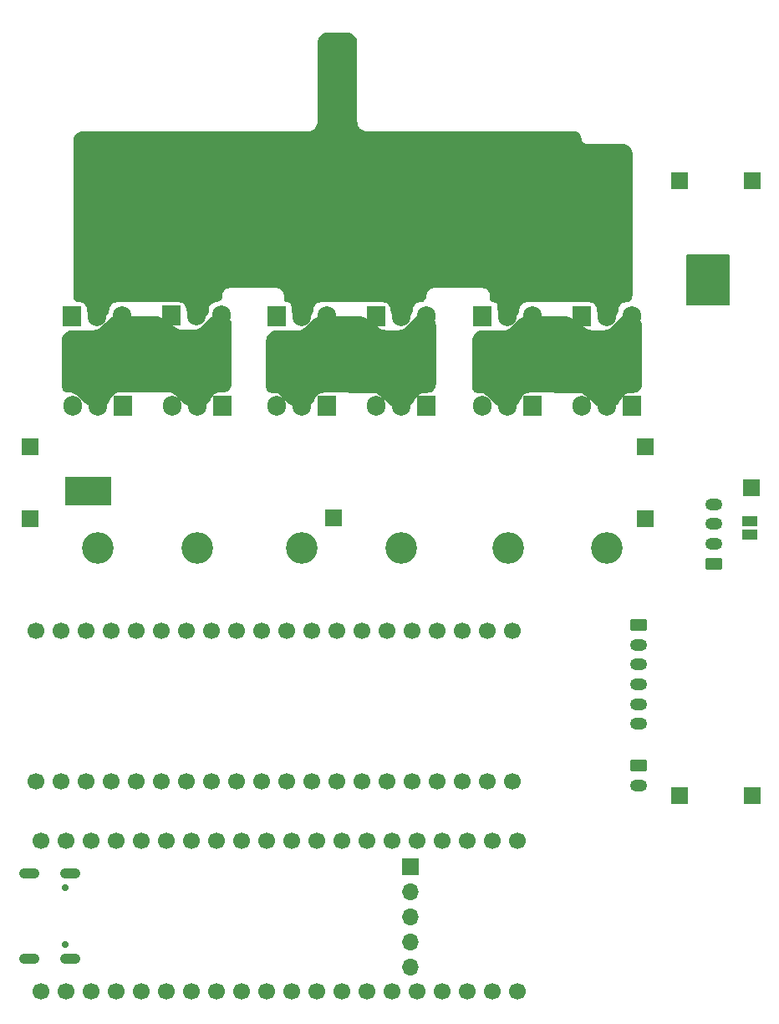
<source format=gbr>
%TF.GenerationSoftware,KiCad,Pcbnew,7.0.10*%
%TF.CreationDate,2024-07-31T12:40:02+02:00*%
%TF.ProjectId,foc,666f632e-6b69-4636-9164-5f7063625858,rev?*%
%TF.SameCoordinates,PXc0145d0PY6b671e0*%
%TF.FileFunction,Soldermask,Bot*%
%TF.FilePolarity,Negative*%
%FSLAX46Y46*%
G04 Gerber Fmt 4.6, Leading zero omitted, Abs format (unit mm)*
G04 Created by KiCad (PCBNEW 7.0.10) date 2024-07-31 12:40:02*
%MOMM*%
%LPD*%
G01*
G04 APERTURE LIST*
G04 Aperture macros list*
%AMRoundRect*
0 Rectangle with rounded corners*
0 $1 Rounding radius*
0 $2 $3 $4 $5 $6 $7 $8 $9 X,Y pos of 4 corners*
0 Add a 4 corners polygon primitive as box body*
4,1,4,$2,$3,$4,$5,$6,$7,$8,$9,$2,$3,0*
0 Add four circle primitives for the rounded corners*
1,1,$1+$1,$2,$3*
1,1,$1+$1,$4,$5*
1,1,$1+$1,$6,$7*
1,1,$1+$1,$8,$9*
0 Add four rect primitives between the rounded corners*
20,1,$1+$1,$2,$3,$4,$5,0*
20,1,$1+$1,$4,$5,$6,$7,0*
20,1,$1+$1,$6,$7,$8,$9,0*
20,1,$1+$1,$8,$9,$2,$3,0*%
G04 Aperture macros list end*
%ADD10C,0.100000*%
%ADD11R,1.700000X1.700000*%
%ADD12C,3.200000*%
%ADD13RoundRect,0.250000X-0.625000X0.350000X-0.625000X-0.350000X0.625000X-0.350000X0.625000X0.350000X0*%
%ADD14O,1.750000X1.200000*%
%ADD15C,1.700000*%
%ADD16C,0.700000*%
%ADD17O,2.100000X1.050000*%
%ADD18R,1.500000X1.000000*%
%ADD19R,1.905000X2.000000*%
%ADD20O,1.905000X2.000000*%
%ADD21O,1.700000X1.700000*%
%ADD22C,4.800000*%
%ADD23C,5.000000*%
%ADD24RoundRect,0.250000X0.625000X-0.350000X0.625000X0.350000X-0.625000X0.350000X-0.625000X-0.350000X0*%
G04 APERTURE END LIST*
D10*
X-72150000Y16250000D02*
X-67600000Y16250000D01*
X-67600000Y13400000D01*
X-72150000Y13400000D01*
X-72150000Y16250000D01*
G36*
X-72150000Y16250000D02*
G01*
X-67600000Y16250000D01*
X-67600000Y13400000D01*
X-72150000Y13400000D01*
X-72150000Y16250000D01*
G37*
D11*
%TO.C,P6*%
X-9900000Y46220000D03*
%TD*%
D12*
%TO.C,H10*%
X-38127500Y9000042D03*
%TD*%
%TO.C,H3*%
X-48242500Y46700000D03*
%TD*%
D11*
%TO.C,P8*%
X-9900000Y-16050000D03*
%TD*%
D13*
%TO.C,J1*%
X-14060000Y-13020000D03*
D14*
X-14060000Y-15020000D03*
%TD*%
D15*
%TO.C,*%
X-46667500Y-35840000D03*
%TD*%
D13*
%TO.C,J2*%
X-14050000Y1220000D03*
D14*
X-14050000Y-780000D03*
X-14050000Y-2780000D03*
X-14050000Y-4780000D03*
X-14050000Y-6780000D03*
X-14050000Y-8780000D03*
%TD*%
D15*
%TO.C,*%
X-74607500Y-35840000D03*
%TD*%
%TO.C,*%
X-54287500Y-35840000D03*
%TD*%
D16*
%TO.C,J6*%
X-72192835Y-25349999D03*
X-72192835Y-31129999D03*
D17*
X-71662835Y-23919999D03*
X-71662835Y-32559999D03*
X-75842835Y-23919999D03*
X-75842835Y-32559999D03*
%TD*%
D15*
%TO.C,*%
X-41587500Y-35840000D03*
%TD*%
%TO.C,*%
X-44127500Y-35840000D03*
%TD*%
%TO.C,*%
X-56827500Y-35840000D03*
%TD*%
D11*
%TO.C,P9*%
X-13450000Y19300000D03*
%TD*%
D15*
%TO.C,*%
X-69527500Y-35840000D03*
%TD*%
D11*
%TO.C,P3*%
X-2589999Y46200000D03*
%TD*%
%TO.C,P1*%
X-2639999Y15150000D03*
%TD*%
D12*
%TO.C,H11*%
X-27327500Y9000042D03*
%TD*%
D15*
%TO.C,*%
X-51747500Y-35840000D03*
%TD*%
D12*
%TO.C,H2*%
X-58860000Y46750000D03*
%TD*%
D11*
%TO.C,P5*%
X-13450000Y12000000D03*
%TD*%
D15*
%TO.C,*%
X-49207500Y-35840000D03*
%TD*%
%TO.C,*%
X-72067500Y-35840000D03*
%TD*%
%TO.C,*%
X-66987500Y-35840000D03*
%TD*%
D12*
%TO.C,H7*%
X-68860000Y9000000D03*
%TD*%
D11*
%TO.C,P4*%
X-2589999Y-16050000D03*
%TD*%
D12*
%TO.C,H5*%
X-27372500Y46700000D03*
%TD*%
D15*
%TO.C,*%
X-59367500Y-35840000D03*
%TD*%
%TO.C,*%
X-61907500Y-35840000D03*
%TD*%
D12*
%TO.C,H12*%
X-17277500Y9000042D03*
%TD*%
D11*
%TO.C,P7*%
X-75700000Y19300000D03*
%TD*%
D12*
%TO.C,H4*%
X-38172500Y46700000D03*
%TD*%
D15*
%TO.C,*%
X-64447500Y-35840000D03*
%TD*%
D11*
%TO.C,P10*%
X-45000000Y12050000D03*
%TD*%
D12*
%TO.C,H1*%
X-68942500Y46700000D03*
%TD*%
%TO.C,H6*%
X-17322500Y46700000D03*
%TD*%
%TO.C,H9*%
X-48177500Y9000042D03*
%TD*%
D11*
%TO.C,P2*%
X-75700000Y12000000D03*
%TD*%
D12*
%TO.C,H8*%
X-58777500Y9000042D03*
%TD*%
D18*
%TO.C,SW2*%
X-2800000Y10400000D03*
X-2800000Y11700000D03*
%TD*%
D19*
%TO.C,Q11*%
X-35610000Y23370000D03*
D20*
X-38150000Y23370000D03*
X-40690000Y23370000D03*
%TD*%
D19*
%TO.C,Q5*%
X-66342500Y23369958D03*
D20*
X-68882500Y23369958D03*
X-71422500Y23369958D03*
%TD*%
D19*
%TO.C,Q12*%
X-29890000Y32470000D03*
D20*
X-27350000Y32470000D03*
X-24810000Y32470000D03*
%TD*%
D11*
%TO.C,P11*%
X-37236429Y-23235000D03*
D21*
X-37236429Y-25775000D03*
X-37236429Y-28315000D03*
X-37236429Y-30855000D03*
X-37236429Y-33395000D03*
%TD*%
D22*
%TO.C,H13*%
X-59400000Y28320000D03*
D23*
X-59400000Y28320000D03*
%TD*%
D22*
%TO.C,H15*%
X-17800000Y28300000D03*
D23*
X-17800000Y28300000D03*
%TD*%
D19*
%TO.C,Q9*%
X-45660000Y23370000D03*
D20*
X-48200000Y23370000D03*
X-50740000Y23370000D03*
%TD*%
D15*
%TO.C,U12*%
X-26867500Y-14645000D03*
X-29407500Y-14645000D03*
X-31947500Y-14645000D03*
X-34487500Y-14645000D03*
X-37027500Y-14645000D03*
X-39567500Y-14645000D03*
X-42107500Y-14645000D03*
X-44647500Y-14645000D03*
X-47187500Y-14645000D03*
X-49727500Y-14645000D03*
X-52267500Y-14645000D03*
X-54807500Y-14645000D03*
X-57347500Y-14645000D03*
X-59887500Y-14645000D03*
X-62427500Y-14645000D03*
X-64967500Y-14645000D03*
X-67507500Y-14645000D03*
X-70047500Y-14645000D03*
X-72587500Y-14645000D03*
X-75127500Y-14645000D03*
X-75127500Y595000D03*
X-72587500Y595000D03*
X-70047500Y595000D03*
X-67507500Y595000D03*
X-64967500Y595000D03*
X-62427500Y595000D03*
X-59911105Y604993D03*
X-57347500Y595000D03*
X-54807500Y595000D03*
X-52267500Y595000D03*
X-49727500Y595000D03*
X-47187500Y595000D03*
X-44647500Y595000D03*
X-42107500Y595000D03*
X-39567500Y595000D03*
X-37027500Y595000D03*
X-34487500Y595000D03*
X-31947500Y595000D03*
X-29407500Y595000D03*
X-26867500Y595000D03*
%TD*%
D19*
%TO.C,Q14*%
X-19840000Y32470000D03*
D20*
X-17300000Y32470000D03*
X-14760000Y32470000D03*
%TD*%
D19*
%TO.C,Q4*%
X-71460000Y32470000D03*
D20*
X-68920000Y32470000D03*
X-66380000Y32470000D03*
%TD*%
D24*
%TO.C,J4*%
X-6489999Y7450000D03*
D14*
X-6489999Y9450000D03*
X-6489999Y11450000D03*
X-6489999Y13450000D03*
%TD*%
D19*
%TO.C,Q15*%
X-14760000Y23370000D03*
D20*
X-17300000Y23370000D03*
X-19840000Y23370000D03*
%TD*%
D19*
%TO.C,Q7*%
X-56260000Y23370000D03*
D20*
X-58800000Y23370000D03*
X-61340000Y23370000D03*
%TD*%
D19*
%TO.C,Q13*%
X-24810000Y23370000D03*
D20*
X-27350000Y23370000D03*
X-29890000Y23370000D03*
%TD*%
D19*
%TO.C,Q10*%
X-40690000Y32470000D03*
D20*
X-38150000Y32470000D03*
X-35610000Y32470000D03*
%TD*%
D19*
%TO.C,Q8*%
X-50760000Y32470000D03*
D20*
X-48220000Y32470000D03*
X-45680000Y32470000D03*
%TD*%
D22*
%TO.C,H14*%
X-38600000Y28300000D03*
D23*
X-38600000Y28300000D03*
%TD*%
D19*
%TO.C,Q6*%
X-61377500Y32520000D03*
D20*
X-58837500Y32520000D03*
X-56297500Y32520000D03*
%TD*%
D15*
%TO.C,U12*%
X-26347500Y-35840000D03*
X-28887500Y-35840000D03*
X-31427500Y-35840000D03*
X-33967500Y-35840000D03*
X-36507500Y-35840000D03*
X-39047500Y-35840000D03*
X-41587500Y-35840000D03*
X-44127500Y-35840000D03*
X-46667500Y-35840000D03*
X-49207500Y-35840000D03*
X-51747500Y-35840000D03*
X-54287500Y-35840000D03*
X-56827500Y-35840000D03*
X-59367500Y-35840000D03*
X-61907500Y-35840000D03*
X-64447500Y-35840000D03*
X-66987500Y-35840000D03*
X-69527500Y-35840000D03*
X-72067500Y-35840000D03*
X-74607500Y-35840000D03*
X-74607500Y-20600000D03*
X-72067500Y-20600000D03*
X-69527500Y-20600000D03*
X-66987500Y-20600000D03*
X-64447500Y-20600000D03*
X-61907500Y-20600000D03*
X-59391105Y-20590007D03*
X-56827500Y-20600000D03*
X-54287500Y-20600000D03*
X-51747500Y-20600000D03*
X-49207500Y-20600000D03*
X-46667500Y-20600000D03*
X-44127500Y-20600000D03*
X-41587500Y-20600000D03*
X-39047500Y-20600000D03*
X-36507500Y-20600000D03*
X-33967500Y-20600000D03*
X-31427500Y-20600000D03*
X-28887500Y-20600000D03*
X-26347500Y-20600000D03*
%TD*%
G36*
X-4897878Y38679998D02*
G01*
X-4851385Y38626342D01*
X-4839999Y38574000D01*
X-4839999Y33726000D01*
X-4860001Y33657879D01*
X-4913657Y33611386D01*
X-4965999Y33600000D01*
X-9163999Y33600000D01*
X-9232120Y33620002D01*
X-9278613Y33673658D01*
X-9289999Y33726000D01*
X-9289999Y38574000D01*
X-9269997Y38642121D01*
X-9216341Y38688614D01*
X-9163999Y38700000D01*
X-4965999Y38700000D01*
X-4897878Y38679998D01*
G37*
G36*
X-43584920Y61160955D02*
G01*
X-43572580Y61160330D01*
X-43396144Y61142688D01*
X-43371940Y61137838D01*
X-43208271Y61087946D01*
X-43185478Y61078470D01*
X-43034685Y60997631D01*
X-43014178Y60983894D01*
X-42882033Y60875203D01*
X-42864597Y60857731D01*
X-42756181Y60725366D01*
X-42742486Y60704829D01*
X-42661954Y60553862D01*
X-42652525Y60531050D01*
X-42602973Y60367284D01*
X-42598173Y60343072D01*
X-42580894Y60166603D01*
X-42580294Y60154261D01*
X-42584299Y52193893D01*
X-42584299Y52193891D01*
X-42565165Y51998704D01*
X-42508301Y51811002D01*
X-42415894Y51638005D01*
X-42359239Y51568943D01*
X-42331498Y51503591D01*
X-42330654Y51488967D01*
X-42330675Y51447227D01*
X-42288937Y51447236D01*
X-42220812Y51427249D01*
X-42208965Y51418627D01*
X-42139914Y51361946D01*
X-42139908Y51361942D01*
X-41966958Y51269496D01*
X-41966948Y51269492D01*
X-41779276Y51212578D01*
X-41779263Y51212575D01*
X-41584088Y51193386D01*
X-41584077Y51193385D01*
X-20557269Y51197882D01*
X-20540820Y51196807D01*
X-20397494Y51177966D01*
X-20365717Y51169458D01*
X-20239843Y51117343D01*
X-20211350Y51100898D01*
X-20103263Y51017981D01*
X-20079999Y50994721D01*
X-19997058Y50886649D01*
X-19980608Y50858162D01*
X-19928467Y50732303D01*
X-19919951Y50700527D01*
X-19900000Y50549011D01*
X-19900000Y50549009D01*
X-19877885Y50381035D01*
X-19813051Y50224506D01*
X-19709912Y50090094D01*
X-19575491Y49986949D01*
X-19418966Y49922116D01*
X-19250991Y49900001D01*
X-19250982Y49900000D01*
X-15706819Y49900000D01*
X-15694464Y49899393D01*
X-15517811Y49881988D01*
X-15493576Y49877165D01*
X-15329679Y49827426D01*
X-15306852Y49817967D01*
X-15155808Y49737195D01*
X-15135264Y49723461D01*
X-15002889Y49614762D01*
X-14985423Y49597285D01*
X-14876813Y49464850D01*
X-14863092Y49444298D01*
X-14782413Y49293202D01*
X-14772968Y49270369D01*
X-14723330Y49106435D01*
X-14718523Y49082197D01*
X-14701228Y48905545D01*
X-14700628Y48893189D01*
X-14709559Y34577077D01*
X-14710359Y34562976D01*
X-14725611Y34428311D01*
X-14731902Y34400817D01*
X-14774371Y34279640D01*
X-14786619Y34254236D01*
X-14854977Y34145540D01*
X-14872571Y34123494D01*
X-14963394Y34032729D01*
X-14985448Y34015151D01*
X-15094187Y33946859D01*
X-15119601Y33934626D01*
X-15240806Y33892233D01*
X-15268302Y33885960D01*
X-15409999Y33870001D01*
X-15409998Y33870000D01*
X-15565760Y33852451D01*
X-15565768Y33852450D01*
X-15713722Y33800677D01*
X-15846443Y33717283D01*
X-15846446Y33717281D01*
X-15957281Y33606446D01*
X-15957283Y33606443D01*
X-16040677Y33473722D01*
X-16092450Y33325768D01*
X-16092451Y33325760D01*
X-16110000Y33170002D01*
X-16110000Y33127078D01*
X-16110792Y33112970D01*
X-16127215Y32967214D01*
X-16133494Y32939707D01*
X-16179584Y32807988D01*
X-16191826Y32782567D01*
X-16266074Y32664403D01*
X-16283666Y32642344D01*
X-16382344Y32543666D01*
X-16404403Y32526074D01*
X-16522567Y32451826D01*
X-16547988Y32439584D01*
X-16679707Y32393494D01*
X-16707214Y32387215D01*
X-16852970Y32370792D01*
X-16867078Y32370000D01*
X-17552922Y32370000D01*
X-17567030Y32370792D01*
X-17712787Y32387215D01*
X-17740294Y32393494D01*
X-17872013Y32439584D01*
X-17897434Y32451826D01*
X-18015598Y32526074D01*
X-18037657Y32543666D01*
X-18136335Y32642344D01*
X-18153927Y32664403D01*
X-18228175Y32782567D01*
X-18240417Y32807988D01*
X-18286507Y32939707D01*
X-18292786Y32967215D01*
X-18310000Y33119999D01*
X-18328806Y33286894D01*
X-18384274Y33445414D01*
X-18384275Y33445416D01*
X-18473627Y33587618D01*
X-18473630Y33587622D01*
X-18592379Y33706371D01*
X-18592383Y33706374D01*
X-18734585Y33795726D01*
X-18734587Y33795727D01*
X-18893107Y33851195D01*
X-19060000Y33870000D01*
X-25410000Y33870000D01*
X-25576894Y33851195D01*
X-25735414Y33795727D01*
X-25735416Y33795726D01*
X-25877618Y33706374D01*
X-25877622Y33706371D01*
X-25996371Y33587622D01*
X-25996374Y33587618D01*
X-26085726Y33445416D01*
X-26085727Y33445414D01*
X-26141195Y33286894D01*
X-26160000Y33119999D01*
X-26177215Y32967214D01*
X-26183494Y32939707D01*
X-26229584Y32807988D01*
X-26241826Y32782567D01*
X-26316074Y32664403D01*
X-26333666Y32642344D01*
X-26432344Y32543666D01*
X-26454403Y32526074D01*
X-26572567Y32451826D01*
X-26597988Y32439584D01*
X-26729707Y32393494D01*
X-26757214Y32387215D01*
X-26902970Y32370792D01*
X-26917078Y32370000D01*
X-27602922Y32370000D01*
X-27617030Y32370792D01*
X-27762787Y32387215D01*
X-27790294Y32393494D01*
X-27922013Y32439584D01*
X-27947434Y32451826D01*
X-28065598Y32526074D01*
X-28087657Y32543666D01*
X-28186335Y32642344D01*
X-28203927Y32664403D01*
X-28278175Y32782567D01*
X-28290417Y32807988D01*
X-28336507Y32939707D01*
X-28342786Y32967215D01*
X-28359208Y33112971D01*
X-28360000Y33127078D01*
X-28360000Y33469999D01*
X-28379577Y33593606D01*
X-28436393Y33705115D01*
X-28524886Y33793608D01*
X-28636395Y33850424D01*
X-28760000Y33870000D01*
X-28760001Y33870000D01*
X-28863897Y33886456D01*
X-28901389Y33898638D01*
X-28977336Y33937335D01*
X-29009228Y33960507D01*
X-29069494Y34020773D01*
X-29092666Y34052665D01*
X-29131363Y34128612D01*
X-29143545Y34166105D01*
X-29158449Y34260208D01*
X-29160000Y34279918D01*
X-29160000Y34595001D01*
X-29178178Y34756328D01*
X-29178180Y34756334D01*
X-29231800Y34909570D01*
X-29318172Y35047031D01*
X-29432970Y35161829D01*
X-29570431Y35248201D01*
X-29723667Y35301821D01*
X-29723673Y35301823D01*
X-29885000Y35320000D01*
X-34835000Y35320000D01*
X-34996328Y35301823D01*
X-34996334Y35301821D01*
X-35149570Y35248201D01*
X-35287031Y35161829D01*
X-35401829Y35047031D01*
X-35488201Y34909570D01*
X-35541821Y34756334D01*
X-35541823Y34756328D01*
X-35560000Y34595001D01*
X-35560000Y34577078D01*
X-35560792Y34562970D01*
X-35575961Y34428342D01*
X-35582240Y34400835D01*
X-35624634Y34279681D01*
X-35636876Y34254260D01*
X-35705166Y34145577D01*
X-35722758Y34123518D01*
X-35813518Y34032758D01*
X-35835577Y34015166D01*
X-35944260Y33946876D01*
X-35969681Y33934634D01*
X-36090835Y33892240D01*
X-36118342Y33885961D01*
X-36259999Y33870000D01*
X-36260000Y33870000D01*
X-36415760Y33852451D01*
X-36415768Y33852450D01*
X-36563722Y33800677D01*
X-36696443Y33717283D01*
X-36696446Y33717281D01*
X-36807281Y33606446D01*
X-36807283Y33606443D01*
X-36890677Y33473722D01*
X-36942450Y33325768D01*
X-36942451Y33325760D01*
X-36960000Y33170002D01*
X-36960000Y33127078D01*
X-36960792Y33112970D01*
X-36977215Y32967214D01*
X-36983494Y32939707D01*
X-37029584Y32807988D01*
X-37041826Y32782567D01*
X-37116074Y32664403D01*
X-37133666Y32642344D01*
X-37232344Y32543666D01*
X-37254403Y32526074D01*
X-37372567Y32451826D01*
X-37397988Y32439584D01*
X-37529707Y32393494D01*
X-37557214Y32387215D01*
X-37702970Y32370792D01*
X-37717078Y32370000D01*
X-38452922Y32370000D01*
X-38467030Y32370792D01*
X-38612787Y32387215D01*
X-38640294Y32393494D01*
X-38772013Y32439584D01*
X-38797434Y32451826D01*
X-38915598Y32526074D01*
X-38937657Y32543666D01*
X-39036335Y32642344D01*
X-39053927Y32664403D01*
X-39128175Y32782567D01*
X-39140417Y32807988D01*
X-39186507Y32939707D01*
X-39192786Y32967215D01*
X-39210000Y33119999D01*
X-39228806Y33286894D01*
X-39284274Y33445414D01*
X-39284275Y33445416D01*
X-39373627Y33587618D01*
X-39373630Y33587622D01*
X-39492379Y33706371D01*
X-39492383Y33706374D01*
X-39634585Y33795726D01*
X-39634587Y33795727D01*
X-39793107Y33851195D01*
X-39960000Y33870000D01*
X-46260000Y33870000D01*
X-46426894Y33851195D01*
X-46585414Y33795727D01*
X-46585416Y33795726D01*
X-46727618Y33706374D01*
X-46727622Y33706371D01*
X-46846371Y33587622D01*
X-46846374Y33587618D01*
X-46935726Y33445416D01*
X-46935727Y33445414D01*
X-46991195Y33286894D01*
X-47010000Y33119999D01*
X-47027215Y32967214D01*
X-47033494Y32939707D01*
X-47079584Y32807988D01*
X-47091826Y32782567D01*
X-47166074Y32664403D01*
X-47183666Y32642344D01*
X-47282344Y32543666D01*
X-47304403Y32526074D01*
X-47422567Y32451826D01*
X-47447988Y32439584D01*
X-47579707Y32393494D01*
X-47607214Y32387215D01*
X-47752970Y32370792D01*
X-47767078Y32370000D01*
X-48502922Y32370000D01*
X-48517030Y32370792D01*
X-48662787Y32387215D01*
X-48690294Y32393494D01*
X-48822013Y32439584D01*
X-48847434Y32451826D01*
X-48965598Y32526074D01*
X-48987657Y32543666D01*
X-49086335Y32642344D01*
X-49103927Y32664403D01*
X-49178175Y32782567D01*
X-49190417Y32807988D01*
X-49236507Y32939707D01*
X-49242786Y32967215D01*
X-49259208Y33112971D01*
X-49260000Y33127078D01*
X-49260000Y33494997D01*
X-49278356Y33610883D01*
X-49331619Y33715420D01*
X-49414581Y33798382D01*
X-49519118Y33851645D01*
X-49635001Y33870000D01*
X-49731172Y33885233D01*
X-49768663Y33897415D01*
X-49837641Y33932561D01*
X-49869533Y33955733D01*
X-49924268Y34010468D01*
X-49947440Y34042360D01*
X-49982586Y34111338D01*
X-49994768Y34148830D01*
X-50008449Y34235208D01*
X-50010000Y34254919D01*
X-50010000Y34595001D01*
X-50028178Y34756328D01*
X-50028180Y34756334D01*
X-50081800Y34909570D01*
X-50168172Y35047031D01*
X-50282970Y35161829D01*
X-50420431Y35248201D01*
X-50573667Y35301821D01*
X-50573673Y35301823D01*
X-50735000Y35320000D01*
X-55535000Y35320000D01*
X-55696328Y35301823D01*
X-55696334Y35301821D01*
X-55849570Y35248201D01*
X-55987031Y35161829D01*
X-56101829Y35047031D01*
X-56188201Y34909570D01*
X-56241821Y34756334D01*
X-56241823Y34756328D01*
X-56260000Y34595001D01*
X-56260000Y34553258D01*
X-56261078Y34536811D01*
X-56280835Y34386744D01*
X-56289348Y34354973D01*
X-56344085Y34222827D01*
X-56360531Y34194341D01*
X-56447605Y34080864D01*
X-56470864Y34057605D01*
X-56584341Y33970531D01*
X-56612827Y33954085D01*
X-56744973Y33899348D01*
X-56776744Y33890835D01*
X-56934999Y33870000D01*
X-56935000Y33870000D01*
X-57109702Y33847001D01*
X-57272499Y33779568D01*
X-57272502Y33779566D01*
X-57412297Y33672297D01*
X-57519566Y33532502D01*
X-57519568Y33532499D01*
X-57587001Y33369702D01*
X-57610000Y33195003D01*
X-57610000Y33102079D01*
X-57610792Y33087971D01*
X-57627842Y32936651D01*
X-57634121Y32909144D01*
X-57682060Y32772141D01*
X-57694302Y32746720D01*
X-57771529Y32623815D01*
X-57789121Y32601756D01*
X-57891756Y32499121D01*
X-57913815Y32481529D01*
X-58036720Y32404302D01*
X-58062141Y32392060D01*
X-58199144Y32344121D01*
X-58226651Y32337842D01*
X-58377971Y32320792D01*
X-58392079Y32320000D01*
X-59077921Y32320000D01*
X-59092029Y32320792D01*
X-59243350Y32337842D01*
X-59270857Y32344121D01*
X-59407860Y32392060D01*
X-59433281Y32404302D01*
X-59556186Y32481529D01*
X-59578245Y32499121D01*
X-59680880Y32601756D01*
X-59698472Y32623815D01*
X-59775699Y32746720D01*
X-59787941Y32772141D01*
X-59835880Y32909144D01*
X-59842159Y32936652D01*
X-59860000Y33095000D01*
X-59879433Y33267457D01*
X-59936750Y33431261D01*
X-59936751Y33431263D01*
X-60029082Y33578206D01*
X-60029085Y33578210D01*
X-60151791Y33700916D01*
X-60151795Y33700919D01*
X-60298738Y33793250D01*
X-60298740Y33793251D01*
X-60462544Y33850568D01*
X-60634999Y33870000D01*
X-66960000Y33870000D01*
X-67126894Y33851195D01*
X-67285414Y33795727D01*
X-67285416Y33795726D01*
X-67427618Y33706374D01*
X-67427622Y33706371D01*
X-67546371Y33587622D01*
X-67546374Y33587618D01*
X-67635726Y33445416D01*
X-67635727Y33445414D01*
X-67691195Y33286894D01*
X-67710000Y33119999D01*
X-67727215Y32967214D01*
X-67733494Y32939707D01*
X-67779584Y32807988D01*
X-67791826Y32782567D01*
X-67866074Y32664403D01*
X-67883666Y32642344D01*
X-67982344Y32543666D01*
X-68004403Y32526074D01*
X-68122567Y32451826D01*
X-68147988Y32439584D01*
X-68279707Y32393494D01*
X-68307214Y32387215D01*
X-68452970Y32370792D01*
X-68467078Y32370000D01*
X-69202922Y32370000D01*
X-69217030Y32370792D01*
X-69362787Y32387215D01*
X-69390294Y32393494D01*
X-69522013Y32439584D01*
X-69547434Y32451826D01*
X-69665598Y32526074D01*
X-69687657Y32543666D01*
X-69786335Y32642344D01*
X-69803927Y32664403D01*
X-69878175Y32782567D01*
X-69890417Y32807988D01*
X-69936507Y32939707D01*
X-69942786Y32967215D01*
X-69959208Y33112971D01*
X-69960000Y33127078D01*
X-69960000Y33170002D01*
X-69977550Y33325760D01*
X-69977551Y33325768D01*
X-70029324Y33473722D01*
X-70112718Y33606443D01*
X-70112720Y33606446D01*
X-70223555Y33717281D01*
X-70223558Y33717283D01*
X-70356279Y33800677D01*
X-70356278Y33800677D01*
X-70504233Y33852450D01*
X-70504241Y33852451D01*
X-70660000Y33870000D01*
X-70801659Y33885962D01*
X-70829166Y33892241D01*
X-70950313Y33934632D01*
X-70975735Y33946874D01*
X-71084420Y34015167D01*
X-71106479Y34032760D01*
X-71197236Y34123519D01*
X-71214829Y34145579D01*
X-71283117Y34254264D01*
X-71295358Y34279684D01*
X-71337750Y34400837D01*
X-71344028Y34428347D01*
X-71359193Y34562970D01*
X-71359985Y34577077D01*
X-71359657Y50193089D01*
X-71359050Y50205438D01*
X-71341656Y50382010D01*
X-71336837Y50406235D01*
X-71287138Y50570067D01*
X-71277685Y50592887D01*
X-71196975Y50743881D01*
X-71183254Y50764417D01*
X-71074642Y50896764D01*
X-71057177Y50914229D01*
X-70924835Y51022843D01*
X-70904298Y51036566D01*
X-70753306Y51117277D01*
X-70730487Y51126729D01*
X-70566658Y51176431D01*
X-70542435Y51181251D01*
X-70365858Y51198650D01*
X-70353507Y51199257D01*
X-47599569Y51200224D01*
X-47599563Y51200225D01*
X-47404486Y51219446D01*
X-47216901Y51276354D01*
X-47216895Y51276356D01*
X-47044022Y51368763D01*
X-46974705Y51425653D01*
X-46909358Y51453408D01*
X-46894772Y51454256D01*
X-46853628Y51454258D01*
X-46853627Y51495401D01*
X-46833623Y51563521D01*
X-46825025Y51575333D01*
X-46768137Y51644650D01*
X-46675732Y51817526D01*
X-46675728Y51817536D01*
X-46618824Y52005111D01*
X-46599605Y52200191D01*
X-46599604Y52200202D01*
X-46599355Y60157923D01*
X-46598747Y60170285D01*
X-46581316Y60347038D01*
X-46576487Y60371286D01*
X-46526686Y60535270D01*
X-46517215Y60558108D01*
X-46436351Y60709210D01*
X-46422602Y60729760D01*
X-46313786Y60862162D01*
X-46296290Y60879630D01*
X-46163715Y60988234D01*
X-46143145Y61001950D01*
X-45991917Y61082575D01*
X-45969062Y61092010D01*
X-45804995Y61141551D01*
X-45780740Y61146341D01*
X-45603968Y61163491D01*
X-45591605Y61164080D01*
X-43584920Y61160955D01*
G37*
G36*
X-56263838Y32579393D02*
G01*
X-56091162Y32562387D01*
X-56066934Y32557568D01*
X-55906847Y32509005D01*
X-55884028Y32499553D01*
X-55736487Y32420691D01*
X-55715950Y32406969D01*
X-55586629Y32300839D01*
X-55569162Y32283372D01*
X-55463032Y32154051D01*
X-55449310Y32133514D01*
X-55370448Y31985973D01*
X-55360996Y31963154D01*
X-55312433Y31803067D01*
X-55307614Y31778840D01*
X-55290607Y31606164D01*
X-55290000Y31593814D01*
X-55290000Y25647223D01*
X-55290792Y25633116D01*
X-55310474Y25458427D01*
X-55316752Y25430921D01*
X-55372458Y25271715D01*
X-55384699Y25246295D01*
X-55474433Y25103474D01*
X-55492022Y25081416D01*
X-55611286Y24962141D01*
X-55633345Y24944548D01*
X-55776156Y24854805D01*
X-55801574Y24842562D01*
X-55960779Y24786842D01*
X-55988284Y24780562D01*
X-56162973Y24760865D01*
X-56177081Y24760072D01*
X-56466110Y24760049D01*
X-56675940Y24737770D01*
X-56675941Y24737770D01*
X-56876412Y24671965D01*
X-57058613Y24565561D01*
X-57058618Y24565557D01*
X-57214442Y24423288D01*
X-57214448Y24423281D01*
X-57336939Y24251501D01*
X-57336940Y24251499D01*
X-57549754Y23874361D01*
X-57556900Y23863129D01*
X-57667783Y23707631D01*
X-57685418Y23687733D01*
X-57821504Y23563490D01*
X-57842921Y23547735D01*
X-58002064Y23454805D01*
X-58026311Y23443895D01*
X-58201394Y23386434D01*
X-58227390Y23380854D01*
X-58417312Y23360703D01*
X-58430606Y23360000D01*
X-59362934Y23360000D01*
X-59374394Y23360522D01*
X-59538367Y23375498D01*
X-59560907Y23379650D01*
X-59713894Y23422522D01*
X-59735309Y23430688D01*
X-59878002Y23500565D01*
X-59897584Y23512476D01*
X-60029900Y23610485D01*
X-60038797Y23617725D01*
X-61046215Y24516748D01*
X-61046216Y24516749D01*
X-61192022Y24624797D01*
X-61192026Y24624800D01*
X-61354963Y24704719D01*
X-61529646Y24753870D01*
X-61710356Y24770645D01*
X-66610797Y24778952D01*
X-66794584Y24762234D01*
X-66972164Y24712031D01*
X-67137501Y24630048D01*
X-67284956Y24519081D01*
X-67409507Y24382911D01*
X-67506919Y24226164D01*
X-67651008Y23937986D01*
X-67656679Y23927843D01*
X-67744692Y23786175D01*
X-67758709Y23767666D01*
X-67867288Y23648856D01*
X-67884463Y23633234D01*
X-68012992Y23536367D01*
X-68032742Y23524161D01*
X-68176868Y23452519D01*
X-68198521Y23444144D01*
X-68353341Y23400162D01*
X-68376165Y23395902D01*
X-68542241Y23380536D01*
X-68553849Y23380000D01*
X-69442006Y23380000D01*
X-69453760Y23380549D01*
X-69621903Y23396303D01*
X-69645001Y23400670D01*
X-69801598Y23445744D01*
X-69823483Y23454325D01*
X-69968982Y23527703D01*
X-69988893Y23540200D01*
X-70122931Y23642931D01*
X-70131925Y23650517D01*
X-71052398Y24503488D01*
X-71052402Y24503492D01*
X-71200477Y24616982D01*
X-71200478Y24616983D01*
X-71367060Y24700992D01*
X-71546344Y24752596D01*
X-71732107Y24770000D01*
X-71906741Y24770000D01*
X-71923188Y24771078D01*
X-72047376Y24787428D01*
X-72079147Y24795941D01*
X-72187174Y24840687D01*
X-72215661Y24857134D01*
X-72308427Y24928317D01*
X-72331684Y24951574D01*
X-72402867Y25044340D01*
X-72419314Y25072827D01*
X-72464060Y25180854D01*
X-72472573Y25212626D01*
X-72488922Y25336813D01*
X-72490000Y25353259D01*
X-72490000Y30056608D01*
X-72489395Y30068936D01*
X-72472066Y30245197D01*
X-72467265Y30269381D01*
X-72417735Y30432969D01*
X-72408315Y30455757D01*
X-72327882Y30606551D01*
X-72314205Y30627066D01*
X-72205937Y30759320D01*
X-72188526Y30776779D01*
X-72056581Y30885410D01*
X-72036104Y30899144D01*
X-71885526Y30980001D01*
X-71862766Y30989484D01*
X-71699330Y31039466D01*
X-71675158Y31044336D01*
X-71498935Y31062157D01*
X-71486609Y31062796D01*
X-69285538Y31068927D01*
X-69285531Y31068928D01*
X-69102654Y31086313D01*
X-69102637Y31086317D01*
X-68926000Y31136876D01*
X-68761588Y31218902D01*
X-68614959Y31329624D01*
X-67620530Y32235379D01*
X-67611578Y32242806D01*
X-67478317Y32343360D01*
X-67458556Y32355587D01*
X-67314336Y32427351D01*
X-67292666Y32435740D01*
X-67137711Y32479802D01*
X-67114868Y32484070D01*
X-66948646Y32499463D01*
X-66937027Y32500000D01*
X-63020817Y32500000D01*
X-63008419Y32499389D01*
X-62831158Y32481862D01*
X-62806843Y32477006D01*
X-62642423Y32426925D01*
X-62619528Y32417401D01*
X-62462593Y32333132D01*
X-62451959Y32326727D01*
X-60892883Y31279809D01*
X-60892873Y31279803D01*
X-60719497Y31186707D01*
X-60531240Y31129365D01*
X-60335397Y31110000D01*
X-59126213Y31110000D01*
X-58930289Y31129382D01*
X-58741951Y31186778D01*
X-58568516Y31279957D01*
X-58416700Y31405310D01*
X-57547682Y32280280D01*
X-57538507Y32288649D01*
X-57401094Y32402109D01*
X-57380503Y32415944D01*
X-57229028Y32497325D01*
X-57206125Y32506858D01*
X-57041634Y32556986D01*
X-57017307Y32561846D01*
X-56839972Y32579388D01*
X-56827569Y32580000D01*
X-56276187Y32580000D01*
X-56263838Y32579393D01*
G37*
G36*
X-35583838Y32529393D02*
G01*
X-35411162Y32512387D01*
X-35386934Y32507568D01*
X-35226847Y32459005D01*
X-35204028Y32449553D01*
X-35056487Y32370691D01*
X-35035950Y32356969D01*
X-34906629Y32250839D01*
X-34889162Y32233372D01*
X-34783032Y32104051D01*
X-34769310Y32083514D01*
X-34690448Y31935973D01*
X-34680996Y31913154D01*
X-34632433Y31753067D01*
X-34627614Y31728840D01*
X-34610607Y31556164D01*
X-34610000Y31543814D01*
X-34610000Y25597223D01*
X-34610792Y25583116D01*
X-34630474Y25408427D01*
X-34636752Y25380921D01*
X-34692458Y25221715D01*
X-34704699Y25196295D01*
X-34794433Y25053474D01*
X-34812022Y25031416D01*
X-34931286Y24912141D01*
X-34953345Y24894548D01*
X-35096156Y24804805D01*
X-35121574Y24792562D01*
X-35280779Y24736842D01*
X-35308284Y24730562D01*
X-35482973Y24710865D01*
X-35497081Y24710072D01*
X-35786110Y24710049D01*
X-35995940Y24687770D01*
X-35995941Y24687770D01*
X-36196412Y24621965D01*
X-36378613Y24515561D01*
X-36378618Y24515557D01*
X-36534442Y24373288D01*
X-36534448Y24373281D01*
X-36656939Y24201501D01*
X-36656940Y24201499D01*
X-36869754Y23824361D01*
X-36876900Y23813129D01*
X-36987783Y23657631D01*
X-37005418Y23637733D01*
X-37141504Y23513490D01*
X-37162921Y23497735D01*
X-37322064Y23404805D01*
X-37346311Y23393895D01*
X-37521394Y23336434D01*
X-37547390Y23330854D01*
X-37737312Y23310703D01*
X-37750606Y23310000D01*
X-38682934Y23310000D01*
X-38694394Y23310522D01*
X-38858367Y23325498D01*
X-38880907Y23329650D01*
X-39033894Y23372522D01*
X-39055309Y23380688D01*
X-39198002Y23450565D01*
X-39217584Y23462476D01*
X-39349900Y23560485D01*
X-39358797Y23567725D01*
X-40366215Y24466748D01*
X-40366216Y24466749D01*
X-40512022Y24574797D01*
X-40512026Y24574800D01*
X-40674963Y24654719D01*
X-40849646Y24703870D01*
X-41030356Y24720645D01*
X-45930797Y24728952D01*
X-46114584Y24712234D01*
X-46292164Y24662031D01*
X-46457501Y24580048D01*
X-46604956Y24469081D01*
X-46729507Y24332911D01*
X-46826919Y24176164D01*
X-46971008Y23887986D01*
X-46976679Y23877843D01*
X-47064692Y23736175D01*
X-47078709Y23717666D01*
X-47187288Y23598856D01*
X-47204463Y23583234D01*
X-47332992Y23486367D01*
X-47352742Y23474161D01*
X-47496868Y23402519D01*
X-47518521Y23394144D01*
X-47673341Y23350162D01*
X-47696165Y23345902D01*
X-47862241Y23330536D01*
X-47873849Y23330000D01*
X-48762006Y23330000D01*
X-48773760Y23330549D01*
X-48941903Y23346303D01*
X-48965001Y23350670D01*
X-49121598Y23395744D01*
X-49143483Y23404325D01*
X-49288982Y23477703D01*
X-49308893Y23490200D01*
X-49442931Y23592931D01*
X-49451925Y23600517D01*
X-50372398Y24453488D01*
X-50372402Y24453492D01*
X-50520477Y24566982D01*
X-50520478Y24566983D01*
X-50687060Y24650992D01*
X-50866344Y24702596D01*
X-51052107Y24720000D01*
X-51226741Y24720000D01*
X-51243188Y24721078D01*
X-51367376Y24737428D01*
X-51399147Y24745941D01*
X-51507174Y24790687D01*
X-51535661Y24807134D01*
X-51628427Y24878317D01*
X-51651684Y24901574D01*
X-51722867Y24994340D01*
X-51739314Y25022827D01*
X-51784060Y25130854D01*
X-51792573Y25162626D01*
X-51808922Y25286813D01*
X-51810000Y25303259D01*
X-51810000Y30006608D01*
X-51809395Y30018936D01*
X-51792066Y30195197D01*
X-51787265Y30219381D01*
X-51737735Y30382969D01*
X-51728315Y30405757D01*
X-51647882Y30556551D01*
X-51634205Y30577066D01*
X-51525937Y30709320D01*
X-51508526Y30726779D01*
X-51376581Y30835410D01*
X-51356104Y30849144D01*
X-51205526Y30930001D01*
X-51182766Y30939484D01*
X-51019330Y30989466D01*
X-50995158Y30994336D01*
X-50818935Y31012157D01*
X-50806609Y31012796D01*
X-48605538Y31018927D01*
X-48605531Y31018928D01*
X-48422654Y31036313D01*
X-48422637Y31036317D01*
X-48246000Y31086876D01*
X-48081588Y31168902D01*
X-47934959Y31279624D01*
X-46940530Y32185379D01*
X-46931578Y32192806D01*
X-46798317Y32293360D01*
X-46778556Y32305587D01*
X-46634336Y32377351D01*
X-46612666Y32385740D01*
X-46457711Y32429802D01*
X-46434868Y32434070D01*
X-46268646Y32449463D01*
X-46257027Y32450000D01*
X-42340817Y32450000D01*
X-42328419Y32449389D01*
X-42151158Y32431862D01*
X-42126843Y32427006D01*
X-41962423Y32376925D01*
X-41939528Y32367401D01*
X-41782593Y32283132D01*
X-41771959Y32276727D01*
X-40212883Y31229809D01*
X-40212873Y31229803D01*
X-40039497Y31136707D01*
X-39851240Y31079365D01*
X-39655397Y31060000D01*
X-38446213Y31060000D01*
X-38250289Y31079382D01*
X-38061951Y31136778D01*
X-37888516Y31229957D01*
X-37736700Y31355310D01*
X-36867682Y32230280D01*
X-36858507Y32238649D01*
X-36721094Y32352109D01*
X-36700503Y32365944D01*
X-36549028Y32447325D01*
X-36526125Y32456858D01*
X-36361634Y32506986D01*
X-36337307Y32511846D01*
X-36159972Y32529388D01*
X-36147569Y32530000D01*
X-35596187Y32530000D01*
X-35583838Y32529393D01*
G37*
G36*
X-14733838Y32529393D02*
G01*
X-14561162Y32512387D01*
X-14536934Y32507568D01*
X-14376847Y32459005D01*
X-14354028Y32449553D01*
X-14206487Y32370691D01*
X-14185950Y32356969D01*
X-14056629Y32250839D01*
X-14039162Y32233372D01*
X-13933032Y32104051D01*
X-13919310Y32083514D01*
X-13840448Y31935973D01*
X-13830996Y31913154D01*
X-13782433Y31753067D01*
X-13777614Y31728840D01*
X-13760607Y31556164D01*
X-13760000Y31543814D01*
X-13760000Y25597223D01*
X-13760792Y25583116D01*
X-13780474Y25408427D01*
X-13786752Y25380921D01*
X-13842458Y25221715D01*
X-13854699Y25196295D01*
X-13944433Y25053474D01*
X-13962022Y25031416D01*
X-14081286Y24912141D01*
X-14103345Y24894548D01*
X-14246156Y24804805D01*
X-14271574Y24792562D01*
X-14430779Y24736842D01*
X-14458284Y24730562D01*
X-14632973Y24710865D01*
X-14647081Y24710072D01*
X-14936110Y24710049D01*
X-15145940Y24687770D01*
X-15145941Y24687770D01*
X-15346412Y24621965D01*
X-15528613Y24515561D01*
X-15528618Y24515557D01*
X-15684442Y24373288D01*
X-15684448Y24373281D01*
X-15806939Y24201501D01*
X-15806940Y24201499D01*
X-16019754Y23824361D01*
X-16026900Y23813129D01*
X-16137783Y23657631D01*
X-16155418Y23637733D01*
X-16291504Y23513490D01*
X-16312921Y23497735D01*
X-16472064Y23404805D01*
X-16496311Y23393895D01*
X-16671394Y23336434D01*
X-16697390Y23330854D01*
X-16887312Y23310703D01*
X-16900606Y23310000D01*
X-17832934Y23310000D01*
X-17844394Y23310522D01*
X-18008367Y23325498D01*
X-18030907Y23329650D01*
X-18183894Y23372522D01*
X-18205309Y23380688D01*
X-18348002Y23450565D01*
X-18367584Y23462476D01*
X-18499900Y23560485D01*
X-18508797Y23567725D01*
X-19516215Y24466748D01*
X-19516216Y24466749D01*
X-19662022Y24574797D01*
X-19662026Y24574800D01*
X-19824963Y24654719D01*
X-19999646Y24703870D01*
X-20180356Y24720645D01*
X-25080797Y24728952D01*
X-25264584Y24712234D01*
X-25442164Y24662031D01*
X-25607501Y24580048D01*
X-25754956Y24469081D01*
X-25879507Y24332911D01*
X-25976919Y24176164D01*
X-26121008Y23887986D01*
X-26126679Y23877843D01*
X-26214692Y23736175D01*
X-26228709Y23717666D01*
X-26337288Y23598856D01*
X-26354463Y23583234D01*
X-26482992Y23486367D01*
X-26502742Y23474161D01*
X-26646868Y23402519D01*
X-26668521Y23394144D01*
X-26823341Y23350162D01*
X-26846165Y23345902D01*
X-27012241Y23330536D01*
X-27023849Y23330000D01*
X-27912006Y23330000D01*
X-27923760Y23330549D01*
X-28091903Y23346303D01*
X-28115001Y23350670D01*
X-28271598Y23395744D01*
X-28293483Y23404325D01*
X-28438982Y23477703D01*
X-28458893Y23490200D01*
X-28592931Y23592931D01*
X-28601925Y23600517D01*
X-29522398Y24453488D01*
X-29522402Y24453492D01*
X-29670477Y24566982D01*
X-29670478Y24566983D01*
X-29837060Y24650992D01*
X-30016344Y24702596D01*
X-30202107Y24720000D01*
X-30376741Y24720000D01*
X-30393188Y24721078D01*
X-30517376Y24737428D01*
X-30549147Y24745941D01*
X-30657174Y24790687D01*
X-30685661Y24807134D01*
X-30778427Y24878317D01*
X-30801684Y24901574D01*
X-30872867Y24994340D01*
X-30889314Y25022827D01*
X-30934060Y25130854D01*
X-30942573Y25162626D01*
X-30958922Y25286813D01*
X-30960000Y25303259D01*
X-30960000Y30006608D01*
X-30959395Y30018936D01*
X-30942066Y30195197D01*
X-30937265Y30219381D01*
X-30887735Y30382969D01*
X-30878315Y30405757D01*
X-30797882Y30556551D01*
X-30784205Y30577066D01*
X-30675937Y30709320D01*
X-30658526Y30726779D01*
X-30526581Y30835410D01*
X-30506104Y30849144D01*
X-30355526Y30930001D01*
X-30332766Y30939484D01*
X-30169330Y30989466D01*
X-30145158Y30994336D01*
X-29968935Y31012157D01*
X-29956609Y31012796D01*
X-27755538Y31018927D01*
X-27755531Y31018928D01*
X-27572654Y31036313D01*
X-27572637Y31036317D01*
X-27396000Y31086876D01*
X-27231588Y31168902D01*
X-27084959Y31279624D01*
X-26090530Y32185379D01*
X-26081578Y32192806D01*
X-25948317Y32293360D01*
X-25928556Y32305587D01*
X-25784336Y32377351D01*
X-25762666Y32385740D01*
X-25607711Y32429802D01*
X-25584868Y32434070D01*
X-25418646Y32449463D01*
X-25407027Y32450000D01*
X-21490817Y32450000D01*
X-21478419Y32449389D01*
X-21301158Y32431862D01*
X-21276843Y32427006D01*
X-21112423Y32376925D01*
X-21089528Y32367401D01*
X-20932593Y32283132D01*
X-20921959Y32276727D01*
X-19362883Y31229809D01*
X-19362873Y31229803D01*
X-19189497Y31136707D01*
X-19001240Y31079365D01*
X-18805397Y31060000D01*
X-17596213Y31060000D01*
X-17400289Y31079382D01*
X-17211951Y31136778D01*
X-17038516Y31229957D01*
X-16886700Y31355310D01*
X-16017682Y32230280D01*
X-16008507Y32238649D01*
X-15871094Y32352109D01*
X-15850503Y32365944D01*
X-15699028Y32447325D01*
X-15676125Y32456858D01*
X-15511634Y32506986D01*
X-15487307Y32511846D01*
X-15309972Y32529388D01*
X-15297569Y32530000D01*
X-14746187Y32530000D01*
X-14733838Y32529393D01*
G37*
M02*

</source>
